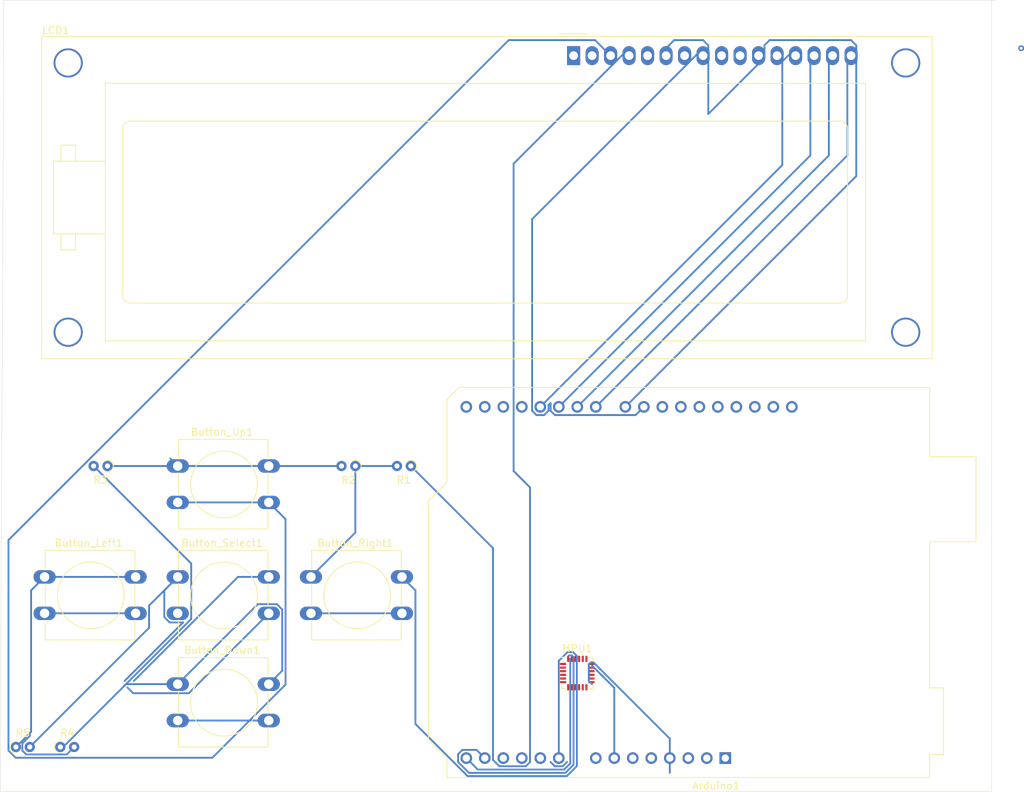
<source format=kicad_pcb>
(kicad_pcb (version 20171130) (host pcbnew "(5.1.9)-1")

  (general
    (thickness 1.6)
    (drawings 6)
    (tracks 135)
    (zones 0)
    (modules 13)
    (nets 53)
  )

  (page A4)
  (layers
    (0 F.Cu signal)
    (31 B.Cu signal)
    (32 B.Adhes user)
    (33 F.Adhes user)
    (34 B.Paste user)
    (35 F.Paste user)
    (36 B.SilkS user)
    (37 F.SilkS user)
    (38 B.Mask user)
    (39 F.Mask user)
    (40 Dwgs.User user)
    (41 Cmts.User user)
    (42 Eco1.User user)
    (43 Eco2.User user)
    (44 Edge.Cuts user)
    (45 Margin user)
    (46 B.CrtYd user)
    (47 F.CrtYd user)
    (48 B.Fab user)
    (49 F.Fab user)
  )

  (setup
    (last_trace_width 0.25)
    (trace_clearance 0.2)
    (zone_clearance 0.508)
    (zone_45_only no)
    (trace_min 0.2)
    (via_size 0.8)
    (via_drill 0.4)
    (via_min_size 0.4)
    (via_min_drill 0.3)
    (uvia_size 0.3)
    (uvia_drill 0.1)
    (uvias_allowed no)
    (uvia_min_size 0.2)
    (uvia_min_drill 0.1)
    (edge_width 0.05)
    (segment_width 0.2)
    (pcb_text_width 0.3)
    (pcb_text_size 1.5 1.5)
    (mod_edge_width 0.12)
    (mod_text_size 1 1)
    (mod_text_width 0.15)
    (pad_size 1.524 1.524)
    (pad_drill 0.762)
    (pad_to_mask_clearance 0)
    (aux_axis_origin 0 0)
    (visible_elements 7FFFFFFF)
    (pcbplotparams
      (layerselection 0x010fc_ffffffff)
      (usegerberextensions false)
      (usegerberattributes true)
      (usegerberadvancedattributes true)
      (creategerberjobfile true)
      (excludeedgelayer true)
      (linewidth 0.100000)
      (plotframeref false)
      (viasonmask false)
      (mode 1)
      (useauxorigin false)
      (hpglpennumber 1)
      (hpglpenspeed 20)
      (hpglpendiameter 15.000000)
      (psnegative false)
      (psa4output false)
      (plotreference true)
      (plotvalue true)
      (plotinvisibletext false)
      (padsonsilk false)
      (subtractmaskfromsilk false)
      (outputformat 1)
      (mirror false)
      (drillshape 1)
      (scaleselection 1)
      (outputdirectory ""))
  )

  (net 0 "")
  (net 1 "Net-(Arduino1-Pad29)")
  (net 2 "Net-(Arduino1-Pad30)")
  (net 3 "Net-(Arduino1-Pad1)")
  (net 4 "Net-(Arduino1-Pad17)")
  (net 5 "Net-(Arduino1-Pad2)")
  (net 6 "Net-(Arduino1-Pad18)")
  (net 7 "Net-(Arduino1-Pad3)")
  (net 8 "Net-(Arduino1-Pad19)")
  (net 9 "Net-(Arduino1-Pad4)")
  (net 10 "Net-(Arduino1-Pad20)")
  (net 11 "Net-(Arduino1-Pad5)")
  (net 12 "Net-(Arduino1-Pad21)")
  (net 13 "Net-(Arduino1-Pad6)")
  (net 14 "Net-(Arduino1-Pad22)")
  (net 15 "Net-(Arduino1-Pad7)")
  (net 16 "Net-(Arduino1-Pad23)")
  (net 17 "Net-(Arduino1-Pad8)")
  (net 18 "Net-(Arduino1-Pad24)")
  (net 19 "Net-(Arduino1-Pad9)")
  (net 20 "Net-(Arduino1-Pad25)")
  (net 21 "Net-(Arduino1-Pad10)")
  (net 22 "Net-(Arduino1-Pad26)")
  (net 23 "Net-(Arduino1-Pad11)")
  (net 24 "Net-(Arduino1-Pad27)")
  (net 25 "Net-(Arduino1-Pad12)")
  (net 26 "Net-(Arduino1-Pad28)")
  (net 27 "Net-(Arduino1-Pad13)")
  (net 28 "Net-(Arduino1-Pad14)")
  (net 29 "Net-(Arduino1-Pad15)")
  (net 30 "Net-(Arduino1-Pad16)")
  (net 31 "Net-(LCD1-Pad1)")
  (net 32 "Net-(LCD1-Pad2)")
  (net 33 GND)
  (net 34 +5V)
  (net 35 "Net-(LCD1-Pad5)")
  (net 36 "Net-(LCD1-Pad9)")
  (net 37 "Net-(LCD1-Pad10)")
  (net 38 "Net-(LCD1-Pad11)")
  (net 39 "Net-(LCD1-Pad12)")
  (net 40 "Net-(MPU1-Pad1)")
  (net 41 "Net-(MPU1-Pad6)")
  (net 42 "Net-(MPU1-Pad7)")
  (net 43 "Net-(MPU1-Pad8)")
  (net 44 "Net-(MPU1-Pad9)")
  (net 45 "Net-(MPU1-Pad10)")
  (net 46 "Net-(MPU1-Pad11)")
  (net 47 "Net-(MPU1-Pad12)")
  (net 48 "Net-(MPU1-Pad20)")
  (net 49 "Net-(Button_Down1-Pad1)")
  (net 50 "Net-(Button_Left1-Pad1)")
  (net 51 "Net-(Button_Select1-Pad1)")
  (net 52 "Net-(Button_Up1-Pad1)")

  (net_class Default "This is the default net class."
    (clearance 0.2)
    (trace_width 0.25)
    (via_dia 0.8)
    (via_drill 0.4)
    (uvia_dia 0.3)
    (uvia_drill 0.1)
    (add_net +5V)
    (add_net GND)
    (add_net "Net-(Arduino1-Pad1)")
    (add_net "Net-(Arduino1-Pad10)")
    (add_net "Net-(Arduino1-Pad11)")
    (add_net "Net-(Arduino1-Pad12)")
    (add_net "Net-(Arduino1-Pad13)")
    (add_net "Net-(Arduino1-Pad14)")
    (add_net "Net-(Arduino1-Pad15)")
    (add_net "Net-(Arduino1-Pad16)")
    (add_net "Net-(Arduino1-Pad17)")
    (add_net "Net-(Arduino1-Pad18)")
    (add_net "Net-(Arduino1-Pad19)")
    (add_net "Net-(Arduino1-Pad2)")
    (add_net "Net-(Arduino1-Pad20)")
    (add_net "Net-(Arduino1-Pad21)")
    (add_net "Net-(Arduino1-Pad22)")
    (add_net "Net-(Arduino1-Pad23)")
    (add_net "Net-(Arduino1-Pad24)")
    (add_net "Net-(Arduino1-Pad25)")
    (add_net "Net-(Arduino1-Pad26)")
    (add_net "Net-(Arduino1-Pad27)")
    (add_net "Net-(Arduino1-Pad28)")
    (add_net "Net-(Arduino1-Pad29)")
    (add_net "Net-(Arduino1-Pad3)")
    (add_net "Net-(Arduino1-Pad30)")
    (add_net "Net-(Arduino1-Pad4)")
    (add_net "Net-(Arduino1-Pad5)")
    (add_net "Net-(Arduino1-Pad6)")
    (add_net "Net-(Arduino1-Pad7)")
    (add_net "Net-(Arduino1-Pad8)")
    (add_net "Net-(Arduino1-Pad9)")
    (add_net "Net-(Button_Down1-Pad1)")
    (add_net "Net-(Button_Left1-Pad1)")
    (add_net "Net-(Button_Select1-Pad1)")
    (add_net "Net-(Button_Up1-Pad1)")
    (add_net "Net-(LCD1-Pad1)")
    (add_net "Net-(LCD1-Pad10)")
    (add_net "Net-(LCD1-Pad11)")
    (add_net "Net-(LCD1-Pad12)")
    (add_net "Net-(LCD1-Pad2)")
    (add_net "Net-(LCD1-Pad5)")
    (add_net "Net-(LCD1-Pad9)")
    (add_net "Net-(MPU1-Pad1)")
    (add_net "Net-(MPU1-Pad10)")
    (add_net "Net-(MPU1-Pad11)")
    (add_net "Net-(MPU1-Pad12)")
    (add_net "Net-(MPU1-Pad20)")
    (add_net "Net-(MPU1-Pad6)")
    (add_net "Net-(MPU1-Pad7)")
    (add_net "Net-(MPU1-Pad8)")
    (add_net "Net-(MPU1-Pad9)")
  )

  (module Resistor_THT:R_Axial_DIN0204_L3.6mm_D1.6mm_P1.90mm_Vertical (layer F.Cu) (tedit 5AE5139B) (tstamp 60A526A4)
    (at 28.448 78.232 180)
    (descr "Resistor, Axial_DIN0204 series, Axial, Vertical, pin pitch=1.9mm, 0.167W, length*diameter=3.6*1.6mm^2, http://cdn-reichelt.de/documents/datenblatt/B400/1_4W%23YAG.pdf")
    (tags "Resistor Axial_DIN0204 series Axial Vertical pin pitch 1.9mm 0.167W length 3.6mm diameter 1.6mm")
    (path /609C5A30)
    (fp_text reference R3 (at 0.95 -1.92) (layer F.SilkS)
      (effects (font (size 1 1) (thickness 0.15)))
    )
    (fp_text value 620R (at 0.95 1.92) (layer F.Fab)
      (effects (font (size 1 1) (thickness 0.15)))
    )
    (fp_line (start 2.86 -1.05) (end -1.05 -1.05) (layer F.CrtYd) (width 0.05))
    (fp_line (start 2.86 1.05) (end 2.86 -1.05) (layer F.CrtYd) (width 0.05))
    (fp_line (start -1.05 1.05) (end 2.86 1.05) (layer F.CrtYd) (width 0.05))
    (fp_line (start -1.05 -1.05) (end -1.05 1.05) (layer F.CrtYd) (width 0.05))
    (fp_line (start 0 0) (end 1.9 0) (layer F.Fab) (width 0.1))
    (fp_circle (center 0 0) (end 0.8 0) (layer F.Fab) (width 0.1))
    (fp_arc (start 0 0) (end 0.417133 -0.7) (angle -233.92106) (layer F.SilkS) (width 0.12))
    (fp_text user %R (at 0.95 -1.92) (layer F.Fab)
      (effects (font (size 1 1) (thickness 0.15)))
    )
    (pad 1 thru_hole circle (at 0 0 180) (size 1.4 1.4) (drill 0.7) (layers *.Cu *.Mask)
      (net 52 "Net-(Button_Up1-Pad1)"))
    (pad 2 thru_hole oval (at 1.9 0 180) (size 1.4 1.4) (drill 0.7) (layers *.Cu *.Mask)
      (net 49 "Net-(Button_Down1-Pad1)"))
    (model ${KISYS3DMOD}/Resistor_THT.3dshapes/R_Axial_DIN0204_L3.6mm_D1.6mm_P1.90mm_Vertical.wrl
      (at (xyz 0 0 0))
      (scale (xyz 1 1 1))
      (rotate (xyz 0 0 0))
    )
  )

  (module Display:HY1602E (layer F.Cu) (tedit 5A02FE80) (tstamp 60A5263B)
    (at 92.456 21.844)
    (descr http://www.icbank.com/data/ICBShop/board/HY1602E.pdf)
    (tags "LCD 16x2 Alphanumeric 16pin")
    (path /60823E93)
    (fp_text reference LCD1 (at -71.12 -3.48) (layer F.SilkS)
      (effects (font (size 1 1) (thickness 0.15)))
    )
    (fp_text value HY1602E (at -69.94 42.6) (layer F.Fab)
      (effects (font (size 1 1) (thickness 0.15)))
    )
    (fp_line (start 49.1 41.5) (end 49.1 -2.5) (layer F.Fab) (width 0.1))
    (fp_line (start -72.9 41.5) (end 49.1 41.5) (layer F.Fab) (width 0.1))
    (fp_line (start -72.9 -2.5) (end -72.9 41.5) (layer F.Fab) (width 0.1))
    (fp_line (start 49.1 -2.5) (end 1 -2.5) (layer F.Fab) (width 0.1))
    (fp_line (start 40.1 3.8) (end 40.1 39.2) (layer F.SilkS) (width 0.12))
    (fp_line (start -64.3 3.8) (end 40.1 3.8) (layer F.SilkS) (width 0.12))
    (fp_line (start -64.3 39.2) (end -64.3 3.8) (layer F.SilkS) (width 0.12))
    (fp_line (start 40.1 39.2) (end -64.3 39.2) (layer F.SilkS) (width 0.12))
    (fp_line (start -61.9 33) (end -61.9 10) (layer F.SilkS) (width 0.12))
    (fp_line (start -60.9 9) (end 36.6 9) (layer F.SilkS) (width 0.12))
    (fp_line (start 37.6 10) (end 37.6 33) (layer F.SilkS) (width 0.12))
    (fp_line (start 36.6 34) (end -60.9 34) (layer F.SilkS) (width 0.12))
    (fp_line (start -71.4 14.5) (end -64.3 14.5) (layer F.SilkS) (width 0.12))
    (fp_line (start -71.4 24.5) (end -71.4 14.5) (layer F.SilkS) (width 0.12))
    (fp_line (start -64.3 24.5) (end -71.4 24.5) (layer F.SilkS) (width 0.12))
    (fp_line (start -70.4 12.3) (end -70.4 14.5) (layer F.SilkS) (width 0.12))
    (fp_line (start -68.4 12.3) (end -70.4 12.3) (layer F.SilkS) (width 0.12))
    (fp_line (start -68.4 14.5) (end -68.4 12.3) (layer F.SilkS) (width 0.12))
    (fp_line (start -70.4 26.7) (end -70.4 24.5) (layer F.SilkS) (width 0.12))
    (fp_line (start -68.4 26.7) (end -70.4 26.7) (layer F.SilkS) (width 0.12))
    (fp_line (start -68.4 24.5) (end -68.4 26.7) (layer F.SilkS) (width 0.12))
    (fp_line (start -73.15 -2.75) (end 49.35 -2.75) (layer F.CrtYd) (width 0.05))
    (fp_line (start -73.15 -2.75) (end -73.15 41.75) (layer F.CrtYd) (width 0.05))
    (fp_line (start 49.35 -2.75) (end 49.35 41.75) (layer F.CrtYd) (width 0.05))
    (fp_line (start -73.15 41.75) (end 49.35 41.75) (layer F.CrtYd) (width 0.05))
    (fp_line (start -1 -2.5) (end -72.9 -2.5) (layer F.Fab) (width 0.1))
    (fp_line (start 0 -1.5) (end -1 -2.5) (layer F.Fab) (width 0.1))
    (fp_line (start 1 -2.5) (end 0 -1.5) (layer F.Fab) (width 0.1))
    (fp_line (start -2 -3) (end 2 -3) (layer F.SilkS) (width 0.12))
    (fp_line (start -73.04 -2.64) (end 49.24 -2.64) (layer F.SilkS) (width 0.12))
    (fp_line (start -73.04 -2.64) (end -73.04 41.64) (layer F.SilkS) (width 0.12))
    (fp_line (start 49.24 -2.64) (end 49.24 41.64) (layer F.SilkS) (width 0.12))
    (fp_line (start 49.24 41.64) (end -73.04 41.64) (layer F.SilkS) (width 0.12))
    (fp_text user %R (at -14.01 19.96) (layer F.Fab)
      (effects (font (size 1 1) (thickness 0.15)))
    )
    (fp_arc (start 36.6 33) (end 37.6 33) (angle 90) (layer F.SilkS) (width 0.12))
    (fp_arc (start 36.6 10) (end 36.6 9) (angle 90) (layer F.SilkS) (width 0.12))
    (fp_arc (start -60.9 10) (end -61.9 10) (angle 90) (layer F.SilkS) (width 0.12))
    (fp_arc (start -60.9 33) (end -60.9 34) (angle 90) (layer F.SilkS) (width 0.12))
    (pad 1 thru_hole rect (at 0 0 180) (size 1.8 2.6) (drill 1.2) (layers *.Cu *.Mask)
      (net 31 "Net-(LCD1-Pad1)"))
    (pad 2 thru_hole oval (at 2.54 0 180) (size 1.8 2.6) (drill 1.2) (layers *.Cu *.Mask)
      (net 32 "Net-(LCD1-Pad2)"))
    (pad 3 thru_hole oval (at 5.08 0 180) (size 1.8 2.6) (drill 1.2) (layers *.Cu *.Mask)
      (net 33 GND))
    (pad 4 thru_hole oval (at 7.62 0 180) (size 1.8 2.6) (drill 1.2) (layers *.Cu *.Mask)
      (net 34 +5V))
    (pad 5 thru_hole oval (at 10.16 0 180) (size 1.8 2.6) (drill 1.2) (layers *.Cu *.Mask)
      (net 35 "Net-(LCD1-Pad5)"))
    (pad 6 thru_hole oval (at 12.7 0 180) (size 1.8 2.6) (drill 1.2) (layers *.Cu *.Mask)
      (net 16 "Net-(Arduino1-Pad23)"))
    (pad 7 thru_hole oval (at 15.24 0 180) (size 1.8 2.6) (drill 1.2) (layers *.Cu *.Mask)
      (net 33 GND))
    (pad 8 thru_hole oval (at 17.78 0 180) (size 1.8 2.6) (drill 1.2) (layers *.Cu *.Mask)
      (net 18 "Net-(Arduino1-Pad24)"))
    (pad 9 thru_hole oval (at 20.32 0 180) (size 1.8 2.6) (drill 1.2) (layers *.Cu *.Mask)
      (net 36 "Net-(LCD1-Pad9)"))
    (pad 10 thru_hole oval (at 22.86 0 180) (size 1.8 2.6) (drill 1.2) (layers *.Cu *.Mask)
      (net 37 "Net-(LCD1-Pad10)"))
    (pad 11 thru_hole oval (at 25.4 0 180) (size 1.8 2.6) (drill 1.2) (layers *.Cu *.Mask)
      (net 38 "Net-(LCD1-Pad11)"))
    (pad 12 thru_hole oval (at 27.94 0 180) (size 1.8 2.6) (drill 1.2) (layers *.Cu *.Mask)
      (net 39 "Net-(LCD1-Pad12)"))
    (pad 13 thru_hole oval (at 30.48 0 180) (size 1.8 2.6) (drill 1.2) (layers *.Cu *.Mask)
      (net 8 "Net-(Arduino1-Pad19)"))
    (pad 14 thru_hole oval (at 33.02 0 180) (size 1.8 2.6) (drill 1.2) (layers *.Cu *.Mask)
      (net 10 "Net-(Arduino1-Pad20)"))
    (pad 15 thru_hole oval (at 35.56 0 180) (size 1.8 2.6) (drill 1.2) (layers *.Cu *.Mask)
      (net 12 "Net-(Arduino1-Pad21)"))
    (pad 16 thru_hole oval (at 38.1 0 180) (size 1.8 2.6) (drill 1.2) (layers *.Cu *.Mask)
      (net 14 "Net-(Arduino1-Pad22)"))
    (pad "" thru_hole circle (at 45.60062 38.00094 180) (size 4 4) (drill 3.5) (layers *.Cu *.Mask))
    (pad "" thru_hole circle (at 45.60062 1.00076 180) (size 4 4) (drill 3.5) (layers *.Cu *.Mask))
    (pad "" thru_hole circle (at -69.40042 38.00094 180) (size 4 4) (drill 3.5) (layers *.Cu *.Mask))
    (pad "" thru_hole circle (at -69.40042 1.00076 180) (size 4 4) (drill 3.5) (layers *.Cu *.Mask))
    (model ${KISYS3DMOD}/Display.3dshapes/HY1602E.wrl
      (at (xyz 0 0 0))
      (scale (xyz 1 1 1))
      (rotate (xyz 0 0 0))
    )
  )

  (module Module:Arduino_UNO_R3 (layer F.Cu) (tedit 58AB60FC) (tstamp 60A5257B)
    (at 113.284 118.364 180)
    (descr "Arduino UNO R3, http://www.mouser.com/pdfdocs/Gravitech_Arduino_Nano3_0.pdf")
    (tags "Arduino UNO R3")
    (path /607FE3D2)
    (fp_text reference Arduino1 (at 1.27 -3.81 180) (layer F.SilkS)
      (effects (font (size 1 1) (thickness 0.15)))
    )
    (fp_text value Arduino_UNO_R3 (at 0 22.86) (layer F.Fab)
      (effects (font (size 1 1) (thickness 0.15)))
    )
    (fp_line (start -27.94 -2.54) (end 38.1 -2.54) (layer F.Fab) (width 0.1))
    (fp_line (start -27.94 50.8) (end -27.94 -2.54) (layer F.Fab) (width 0.1))
    (fp_line (start 36.58 50.8) (end -27.94 50.8) (layer F.Fab) (width 0.1))
    (fp_line (start 38.1 49.28) (end 36.58 50.8) (layer F.Fab) (width 0.1))
    (fp_line (start 38.1 0) (end 40.64 2.54) (layer F.Fab) (width 0.1))
    (fp_line (start 38.1 -2.54) (end 38.1 0) (layer F.Fab) (width 0.1))
    (fp_line (start 40.64 35.31) (end 38.1 37.85) (layer F.Fab) (width 0.1))
    (fp_line (start 40.64 2.54) (end 40.64 35.31) (layer F.Fab) (width 0.1))
    (fp_line (start 38.1 37.85) (end 38.1 49.28) (layer F.Fab) (width 0.1))
    (fp_line (start -29.84 9.53) (end -29.84 0.64) (layer F.Fab) (width 0.1))
    (fp_line (start -16.51 9.53) (end -29.84 9.53) (layer F.Fab) (width 0.1))
    (fp_line (start -16.51 0.64) (end -16.51 9.53) (layer F.Fab) (width 0.1))
    (fp_line (start -29.84 0.64) (end -16.51 0.64) (layer F.Fab) (width 0.1))
    (fp_line (start -34.29 41.27) (end -34.29 29.84) (layer F.Fab) (width 0.1))
    (fp_line (start -18.41 41.27) (end -34.29 41.27) (layer F.Fab) (width 0.1))
    (fp_line (start -18.41 29.84) (end -18.41 41.27) (layer F.Fab) (width 0.1))
    (fp_line (start -34.29 29.84) (end -18.41 29.84) (layer F.Fab) (width 0.1))
    (fp_line (start 38.23 37.85) (end 40.77 35.31) (layer F.SilkS) (width 0.12))
    (fp_line (start 38.23 49.28) (end 38.23 37.85) (layer F.SilkS) (width 0.12))
    (fp_line (start 36.58 50.93) (end 38.23 49.28) (layer F.SilkS) (width 0.12))
    (fp_line (start -28.07 50.93) (end 36.58 50.93) (layer F.SilkS) (width 0.12))
    (fp_line (start -28.07 41.4) (end -28.07 50.93) (layer F.SilkS) (width 0.12))
    (fp_line (start -34.42 41.4) (end -28.07 41.4) (layer F.SilkS) (width 0.12))
    (fp_line (start -34.42 29.72) (end -34.42 41.4) (layer F.SilkS) (width 0.12))
    (fp_line (start -28.07 29.72) (end -34.42 29.72) (layer F.SilkS) (width 0.12))
    (fp_line (start -28.07 9.65) (end -28.07 29.72) (layer F.SilkS) (width 0.12))
    (fp_line (start -29.97 9.65) (end -28.07 9.65) (layer F.SilkS) (width 0.12))
    (fp_line (start -29.97 0.51) (end -29.97 9.65) (layer F.SilkS) (width 0.12))
    (fp_line (start -28.07 0.51) (end -29.97 0.51) (layer F.SilkS) (width 0.12))
    (fp_line (start -28.07 -2.67) (end -28.07 0.51) (layer F.SilkS) (width 0.12))
    (fp_line (start 38.23 -2.67) (end -28.07 -2.67) (layer F.SilkS) (width 0.12))
    (fp_line (start 38.23 0) (end 38.23 -2.67) (layer F.SilkS) (width 0.12))
    (fp_line (start 40.77 2.54) (end 38.23 0) (layer F.SilkS) (width 0.12))
    (fp_line (start 40.77 35.31) (end 40.77 2.54) (layer F.SilkS) (width 0.12))
    (fp_line (start -28.19 -2.79) (end 38.35 -2.79) (layer F.CrtYd) (width 0.05))
    (fp_line (start -28.19 0.38) (end -28.19 -2.79) (layer F.CrtYd) (width 0.05))
    (fp_line (start -30.1 0.38) (end -28.19 0.38) (layer F.CrtYd) (width 0.05))
    (fp_line (start -30.1 9.78) (end -30.1 0.38) (layer F.CrtYd) (width 0.05))
    (fp_line (start -28.19 9.78) (end -30.1 9.78) (layer F.CrtYd) (width 0.05))
    (fp_line (start -28.19 29.59) (end -28.19 9.78) (layer F.CrtYd) (width 0.05))
    (fp_line (start -34.54 29.59) (end -28.19 29.59) (layer F.CrtYd) (width 0.05))
    (fp_line (start -34.54 41.53) (end -34.54 29.59) (layer F.CrtYd) (width 0.05))
    (fp_line (start -28.19 41.53) (end -34.54 41.53) (layer F.CrtYd) (width 0.05))
    (fp_line (start -28.19 51.05) (end -28.19 41.53) (layer F.CrtYd) (width 0.05))
    (fp_line (start 36.58 51.05) (end -28.19 51.05) (layer F.CrtYd) (width 0.05))
    (fp_line (start 38.35 49.28) (end 36.58 51.05) (layer F.CrtYd) (width 0.05))
    (fp_line (start 38.35 37.85) (end 38.35 49.28) (layer F.CrtYd) (width 0.05))
    (fp_line (start 40.89 35.31) (end 38.35 37.85) (layer F.CrtYd) (width 0.05))
    (fp_line (start 40.89 2.54) (end 40.89 35.31) (layer F.CrtYd) (width 0.05))
    (fp_line (start 38.35 0) (end 40.89 2.54) (layer F.CrtYd) (width 0.05))
    (fp_line (start 38.35 -2.79) (end 38.35 0) (layer F.CrtYd) (width 0.05))
    (fp_text user %R (at 0 20.32 180) (layer F.Fab)
      (effects (font (size 1 1) (thickness 0.15)))
    )
    (pad 32 thru_hole oval (at -9.14 48.26 270) (size 1.6 1.6) (drill 1) (layers *.Cu *.Mask))
    (pad 31 thru_hole oval (at -6.6 48.26 270) (size 1.6 1.6) (drill 1) (layers *.Cu *.Mask))
    (pad 1 thru_hole rect (at 0 0 270) (size 1.6 1.6) (drill 1) (layers *.Cu *.Mask)
      (net 3 "Net-(Arduino1-Pad1)"))
    (pad 17 thru_hole oval (at 30.48 48.26 270) (size 1.6 1.6) (drill 1) (layers *.Cu *.Mask)
      (net 4 "Net-(Arduino1-Pad17)"))
    (pad 2 thru_hole oval (at 2.54 0 270) (size 1.6 1.6) (drill 1) (layers *.Cu *.Mask)
      (net 5 "Net-(Arduino1-Pad2)"))
    (pad 18 thru_hole oval (at 27.94 48.26 270) (size 1.6 1.6) (drill 1) (layers *.Cu *.Mask)
      (net 6 "Net-(Arduino1-Pad18)"))
    (pad 3 thru_hole oval (at 5.08 0 270) (size 1.6 1.6) (drill 1) (layers *.Cu *.Mask)
      (net 7 "Net-(Arduino1-Pad3)"))
    (pad 19 thru_hole oval (at 25.4 48.26 270) (size 1.6 1.6) (drill 1) (layers *.Cu *.Mask)
      (net 8 "Net-(Arduino1-Pad19)"))
    (pad 4 thru_hole oval (at 7.62 0 270) (size 1.6 1.6) (drill 1) (layers *.Cu *.Mask)
      (net 9 "Net-(Arduino1-Pad4)"))
    (pad 20 thru_hole oval (at 22.86 48.26 270) (size 1.6 1.6) (drill 1) (layers *.Cu *.Mask)
      (net 10 "Net-(Arduino1-Pad20)"))
    (pad 5 thru_hole oval (at 10.16 0 270) (size 1.6 1.6) (drill 1) (layers *.Cu *.Mask)
      (net 11 "Net-(Arduino1-Pad5)"))
    (pad 21 thru_hole oval (at 20.32 48.26 270) (size 1.6 1.6) (drill 1) (layers *.Cu *.Mask)
      (net 12 "Net-(Arduino1-Pad21)"))
    (pad 6 thru_hole oval (at 12.7 0 270) (size 1.6 1.6) (drill 1) (layers *.Cu *.Mask)
      (net 13 "Net-(Arduino1-Pad6)"))
    (pad 22 thru_hole oval (at 17.78 48.26 270) (size 1.6 1.6) (drill 1) (layers *.Cu *.Mask)
      (net 14 "Net-(Arduino1-Pad22)"))
    (pad 7 thru_hole oval (at 15.24 0 270) (size 1.6 1.6) (drill 1) (layers *.Cu *.Mask)
      (net 15 "Net-(Arduino1-Pad7)"))
    (pad 23 thru_hole oval (at 13.72 48.26 270) (size 1.6 1.6) (drill 1) (layers *.Cu *.Mask)
      (net 16 "Net-(Arduino1-Pad23)"))
    (pad 8 thru_hole oval (at 17.78 0 270) (size 1.6 1.6) (drill 1) (layers *.Cu *.Mask)
      (net 17 "Net-(Arduino1-Pad8)"))
    (pad 24 thru_hole oval (at 11.18 48.26 270) (size 1.6 1.6) (drill 1) (layers *.Cu *.Mask)
      (net 18 "Net-(Arduino1-Pad24)"))
    (pad 9 thru_hole oval (at 22.86 0 270) (size 1.6 1.6) (drill 1) (layers *.Cu *.Mask)
      (net 19 "Net-(Arduino1-Pad9)"))
    (pad 25 thru_hole oval (at 8.64 48.26 270) (size 1.6 1.6) (drill 1) (layers *.Cu *.Mask)
      (net 20 "Net-(Arduino1-Pad25)"))
    (pad 10 thru_hole oval (at 25.4 0 270) (size 1.6 1.6) (drill 1) (layers *.Cu *.Mask)
      (net 21 "Net-(Arduino1-Pad10)"))
    (pad 26 thru_hole oval (at 6.1 48.26 270) (size 1.6 1.6) (drill 1) (layers *.Cu *.Mask)
      (net 22 "Net-(Arduino1-Pad26)"))
    (pad 11 thru_hole oval (at 27.94 0 270) (size 1.6 1.6) (drill 1) (layers *.Cu *.Mask)
      (net 23 "Net-(Arduino1-Pad11)"))
    (pad 27 thru_hole oval (at 3.56 48.26 270) (size 1.6 1.6) (drill 1) (layers *.Cu *.Mask)
      (net 24 "Net-(Arduino1-Pad27)"))
    (pad 12 thru_hole oval (at 30.48 0 270) (size 1.6 1.6) (drill 1) (layers *.Cu *.Mask)
      (net 25 "Net-(Arduino1-Pad12)"))
    (pad 28 thru_hole oval (at 1.02 48.26 270) (size 1.6 1.6) (drill 1) (layers *.Cu *.Mask)
      (net 26 "Net-(Arduino1-Pad28)"))
    (pad 13 thru_hole oval (at 33.02 0 270) (size 1.6 1.6) (drill 1) (layers *.Cu *.Mask)
      (net 27 "Net-(Arduino1-Pad13)"))
    (pad 29 thru_hole oval (at -1.52 48.26 270) (size 1.6 1.6) (drill 1) (layers *.Cu *.Mask)
      (net 1 "Net-(Arduino1-Pad29)"))
    (pad 14 thru_hole oval (at 35.56 0 270) (size 1.6 1.6) (drill 1) (layers *.Cu *.Mask)
      (net 28 "Net-(Arduino1-Pad14)"))
    (pad 30 thru_hole oval (at -4.06 48.26 270) (size 1.6 1.6) (drill 1) (layers *.Cu *.Mask)
      (net 2 "Net-(Arduino1-Pad30)"))
    (pad 15 thru_hole oval (at 35.56 48.26 270) (size 1.6 1.6) (drill 1) (layers *.Cu *.Mask)
      (net 29 "Net-(Arduino1-Pad15)"))
    (pad 16 thru_hole oval (at 33.02 48.26 270) (size 1.6 1.6) (drill 1) (layers *.Cu *.Mask)
      (net 30 "Net-(Arduino1-Pad16)"))
    (model ${KISYS3DMOD}/Module.3dshapes/Arduino_UNO_R3.wrl
      (at (xyz 0 0 0))
      (scale (xyz 1 1 1))
      (rotate (xyz 0 0 0))
    )
  )

  (module Button_Switch_THT:SW_PUSH-12mm (layer F.Cu) (tedit 5D160D14) (tstamp 60A52595)
    (at 38.1 108.204)
    (descr "SW PUSH 12mm https://www.e-switch.com/system/asset/product_line/data_sheet/143/TL1100.pdf")
    (tags "tact sw push 12mm")
    (path /609C64B8)
    (fp_text reference Button_Down1 (at 6.08 -4.66) (layer F.SilkS)
      (effects (font (size 1 1) (thickness 0.15)))
    )
    (fp_text value SW_Push (at 6.62 9.93) (layer F.Fab)
      (effects (font (size 1 1) (thickness 0.15)))
    )
    (fp_line (start 12.4 -3.65) (end 12.4 -0.93) (layer F.SilkS) (width 0.12))
    (fp_line (start 12.4 5.93) (end 12.4 8.65) (layer F.SilkS) (width 0.12))
    (fp_line (start 0.1 4.07) (end 0.1 0.93) (layer F.SilkS) (width 0.12))
    (fp_line (start 0.1 8.65) (end 0.1 5.93) (layer F.SilkS) (width 0.12))
    (fp_line (start 0.25 -3.5) (end 0.25 8.5) (layer F.Fab) (width 0.1))
    (fp_circle (center 6.35 2.54) (end 10.16 5.08) (layer F.SilkS) (width 0.12))
    (fp_line (start 14.25 8.75) (end -1.77 8.75) (layer F.CrtYd) (width 0.05))
    (fp_line (start 14.25 8.75) (end 14.25 -3.75) (layer F.CrtYd) (width 0.05))
    (fp_line (start -1.77 -3.75) (end -1.77 8.75) (layer F.CrtYd) (width 0.05))
    (fp_line (start -1.77 -3.75) (end 14.25 -3.75) (layer F.CrtYd) (width 0.05))
    (fp_line (start 0.1 -0.93) (end 0.1 -3.65) (layer F.SilkS) (width 0.12))
    (fp_line (start 12.4 8.65) (end 0.1 8.65) (layer F.SilkS) (width 0.12))
    (fp_line (start 12.4 0.93) (end 12.4 4.07) (layer F.SilkS) (width 0.12))
    (fp_line (start 0.1 -3.65) (end 12.4 -3.65) (layer F.SilkS) (width 0.12))
    (fp_line (start 12.25 -3.5) (end 12.25 8.5) (layer F.Fab) (width 0.1))
    (fp_line (start 0.25 -3.5) (end 12.25 -3.5) (layer F.Fab) (width 0.1))
    (fp_line (start 0.25 8.5) (end 12.25 8.5) (layer F.Fab) (width 0.1))
    (fp_text user %R (at 6.35 2.54) (layer F.Fab)
      (effects (font (size 1 1) (thickness 0.15)))
    )
    (pad 1 thru_hole oval (at 12.5 0) (size 3.048 1.85) (drill 1.3) (layers *.Cu *.Mask)
      (net 49 "Net-(Button_Down1-Pad1)"))
    (pad 2 thru_hole oval (at 12.5 5) (size 3.048 1.85) (drill 1.3) (layers *.Cu *.Mask)
      (net 33 GND))
    (pad 1 thru_hole oval (at 0 0) (size 3.048 1.85) (drill 1.3) (layers *.Cu *.Mask)
      (net 49 "Net-(Button_Down1-Pad1)"))
    (pad 2 thru_hole oval (at 0 5) (size 3.048 1.85) (drill 1.3) (layers *.Cu *.Mask)
      (net 33 GND))
    (model ${KISYS3DMOD}/Button_Switch_THT.3dshapes/SW_PUSH-12mm.wrl
      (at (xyz 0 0 0))
      (scale (xyz 1 1 1))
      (rotate (xyz 0 0 0))
    )
  )

  (module Button_Switch_THT:SW_PUSH-12mm (layer F.Cu) (tedit 5D160D14) (tstamp 60A525AF)
    (at 19.812 93.472)
    (descr "SW PUSH 12mm https://www.e-switch.com/system/asset/product_line/data_sheet/143/TL1100.pdf")
    (tags "tact sw push 12mm")
    (path /609C6723)
    (fp_text reference Button_Left1 (at 6.08 -4.66) (layer F.SilkS)
      (effects (font (size 1 1) (thickness 0.15)))
    )
    (fp_text value SW_Push (at 6.62 9.93) (layer F.Fab)
      (effects (font (size 1 1) (thickness 0.15)))
    )
    (fp_text user %R (at 6.35 2.54) (layer F.Fab)
      (effects (font (size 1 1) (thickness 0.15)))
    )
    (fp_line (start 0.25 8.5) (end 12.25 8.5) (layer F.Fab) (width 0.1))
    (fp_line (start 0.25 -3.5) (end 12.25 -3.5) (layer F.Fab) (width 0.1))
    (fp_line (start 12.25 -3.5) (end 12.25 8.5) (layer F.Fab) (width 0.1))
    (fp_line (start 0.1 -3.65) (end 12.4 -3.65) (layer F.SilkS) (width 0.12))
    (fp_line (start 12.4 0.93) (end 12.4 4.07) (layer F.SilkS) (width 0.12))
    (fp_line (start 12.4 8.65) (end 0.1 8.65) (layer F.SilkS) (width 0.12))
    (fp_line (start 0.1 -0.93) (end 0.1 -3.65) (layer F.SilkS) (width 0.12))
    (fp_line (start -1.77 -3.75) (end 14.25 -3.75) (layer F.CrtYd) (width 0.05))
    (fp_line (start -1.77 -3.75) (end -1.77 8.75) (layer F.CrtYd) (width 0.05))
    (fp_line (start 14.25 8.75) (end 14.25 -3.75) (layer F.CrtYd) (width 0.05))
    (fp_line (start 14.25 8.75) (end -1.77 8.75) (layer F.CrtYd) (width 0.05))
    (fp_circle (center 6.35 2.54) (end 10.16 5.08) (layer F.SilkS) (width 0.12))
    (fp_line (start 0.25 -3.5) (end 0.25 8.5) (layer F.Fab) (width 0.1))
    (fp_line (start 0.1 8.65) (end 0.1 5.93) (layer F.SilkS) (width 0.12))
    (fp_line (start 0.1 4.07) (end 0.1 0.93) (layer F.SilkS) (width 0.12))
    (fp_line (start 12.4 5.93) (end 12.4 8.65) (layer F.SilkS) (width 0.12))
    (fp_line (start 12.4 -3.65) (end 12.4 -0.93) (layer F.SilkS) (width 0.12))
    (pad 2 thru_hole oval (at 0 5) (size 3.048 1.85) (drill 1.3) (layers *.Cu *.Mask)
      (net 33 GND))
    (pad 1 thru_hole oval (at 0 0) (size 3.048 1.85) (drill 1.3) (layers *.Cu *.Mask)
      (net 50 "Net-(Button_Left1-Pad1)"))
    (pad 2 thru_hole oval (at 12.5 5) (size 3.048 1.85) (drill 1.3) (layers *.Cu *.Mask)
      (net 33 GND))
    (pad 1 thru_hole oval (at 12.5 0) (size 3.048 1.85) (drill 1.3) (layers *.Cu *.Mask)
      (net 50 "Net-(Button_Left1-Pad1)"))
    (model ${KISYS3DMOD}/Button_Switch_THT.3dshapes/SW_PUSH-12mm.wrl
      (at (xyz 0 0 0))
      (scale (xyz 1 1 1))
      (rotate (xyz 0 0 0))
    )
  )

  (module Button_Switch_THT:SW_PUSH-12mm (layer F.Cu) (tedit 5D160D14) (tstamp 60A525C9)
    (at 56.388 93.472)
    (descr "SW PUSH 12mm https://www.e-switch.com/system/asset/product_line/data_sheet/143/TL1100.pdf")
    (tags "tact sw push 12mm")
    (path /609C303B)
    (fp_text reference Button_Right1 (at 6.08 -4.66) (layer F.SilkS)
      (effects (font (size 1 1) (thickness 0.15)))
    )
    (fp_text value SW_Push (at 6.62 9.93) (layer F.Fab)
      (effects (font (size 1 1) (thickness 0.15)))
    )
    (fp_line (start 12.4 -3.65) (end 12.4 -0.93) (layer F.SilkS) (width 0.12))
    (fp_line (start 12.4 5.93) (end 12.4 8.65) (layer F.SilkS) (width 0.12))
    (fp_line (start 0.1 4.07) (end 0.1 0.93) (layer F.SilkS) (width 0.12))
    (fp_line (start 0.1 8.65) (end 0.1 5.93) (layer F.SilkS) (width 0.12))
    (fp_line (start 0.25 -3.5) (end 0.25 8.5) (layer F.Fab) (width 0.1))
    (fp_circle (center 6.35 2.54) (end 10.16 5.08) (layer F.SilkS) (width 0.12))
    (fp_line (start 14.25 8.75) (end -1.77 8.75) (layer F.CrtYd) (width 0.05))
    (fp_line (start 14.25 8.75) (end 14.25 -3.75) (layer F.CrtYd) (width 0.05))
    (fp_line (start -1.77 -3.75) (end -1.77 8.75) (layer F.CrtYd) (width 0.05))
    (fp_line (start -1.77 -3.75) (end 14.25 -3.75) (layer F.CrtYd) (width 0.05))
    (fp_line (start 0.1 -0.93) (end 0.1 -3.65) (layer F.SilkS) (width 0.12))
    (fp_line (start 12.4 8.65) (end 0.1 8.65) (layer F.SilkS) (width 0.12))
    (fp_line (start 12.4 0.93) (end 12.4 4.07) (layer F.SilkS) (width 0.12))
    (fp_line (start 0.1 -3.65) (end 12.4 -3.65) (layer F.SilkS) (width 0.12))
    (fp_line (start 12.25 -3.5) (end 12.25 8.5) (layer F.Fab) (width 0.1))
    (fp_line (start 0.25 -3.5) (end 12.25 -3.5) (layer F.Fab) (width 0.1))
    (fp_line (start 0.25 8.5) (end 12.25 8.5) (layer F.Fab) (width 0.1))
    (fp_text user %R (at 6.35 2.54) (layer F.Fab)
      (effects (font (size 1 1) (thickness 0.15)))
    )
    (pad 1 thru_hole oval (at 12.5 0) (size 3.048 1.85) (drill 1.3) (layers *.Cu *.Mask)
      (net 19 "Net-(Arduino1-Pad9)"))
    (pad 2 thru_hole oval (at 12.5 5) (size 3.048 1.85) (drill 1.3) (layers *.Cu *.Mask)
      (net 33 GND))
    (pad 1 thru_hole oval (at 0 0) (size 3.048 1.85) (drill 1.3) (layers *.Cu *.Mask)
      (net 19 "Net-(Arduino1-Pad9)"))
    (pad 2 thru_hole oval (at 0 5) (size 3.048 1.85) (drill 1.3) (layers *.Cu *.Mask)
      (net 33 GND))
    (model ${KISYS3DMOD}/Button_Switch_THT.3dshapes/SW_PUSH-12mm.wrl
      (at (xyz 0 0 0))
      (scale (xyz 1 1 1))
      (rotate (xyz 0 0 0))
    )
  )

  (module Button_Switch_THT:SW_PUSH-12mm (layer F.Cu) (tedit 5D160D14) (tstamp 60A525E3)
    (at 38.1 93.472)
    (descr "SW PUSH 12mm https://www.e-switch.com/system/asset/product_line/data_sheet/143/TL1100.pdf")
    (tags "tact sw push 12mm")
    (path /609F72FB)
    (fp_text reference Button_Select1 (at 6.08 -4.66) (layer F.SilkS)
      (effects (font (size 1 1) (thickness 0.15)))
    )
    (fp_text value SW_Push (at 6.62 9.93) (layer F.Fab)
      (effects (font (size 1 1) (thickness 0.15)))
    )
    (fp_line (start 12.4 -3.65) (end 12.4 -0.93) (layer F.SilkS) (width 0.12))
    (fp_line (start 12.4 5.93) (end 12.4 8.65) (layer F.SilkS) (width 0.12))
    (fp_line (start 0.1 4.07) (end 0.1 0.93) (layer F.SilkS) (width 0.12))
    (fp_line (start 0.1 8.65) (end 0.1 5.93) (layer F.SilkS) (width 0.12))
    (fp_line (start 0.25 -3.5) (end 0.25 8.5) (layer F.Fab) (width 0.1))
    (fp_circle (center 6.35 2.54) (end 10.16 5.08) (layer F.SilkS) (width 0.12))
    (fp_line (start 14.25 8.75) (end -1.77 8.75) (layer F.CrtYd) (width 0.05))
    (fp_line (start 14.25 8.75) (end 14.25 -3.75) (layer F.CrtYd) (width 0.05))
    (fp_line (start -1.77 -3.75) (end -1.77 8.75) (layer F.CrtYd) (width 0.05))
    (fp_line (start -1.77 -3.75) (end 14.25 -3.75) (layer F.CrtYd) (width 0.05))
    (fp_line (start 0.1 -0.93) (end 0.1 -3.65) (layer F.SilkS) (width 0.12))
    (fp_line (start 12.4 8.65) (end 0.1 8.65) (layer F.SilkS) (width 0.12))
    (fp_line (start 12.4 0.93) (end 12.4 4.07) (layer F.SilkS) (width 0.12))
    (fp_line (start 0.1 -3.65) (end 12.4 -3.65) (layer F.SilkS) (width 0.12))
    (fp_line (start 12.25 -3.5) (end 12.25 8.5) (layer F.Fab) (width 0.1))
    (fp_line (start 0.25 -3.5) (end 12.25 -3.5) (layer F.Fab) (width 0.1))
    (fp_line (start 0.25 8.5) (end 12.25 8.5) (layer F.Fab) (width 0.1))
    (fp_text user %R (at 6.814999 1.995999) (layer F.Fab)
      (effects (font (size 1 1) (thickness 0.15)))
    )
    (pad 1 thru_hole oval (at 12.5 0) (size 3.048 1.85) (drill 1.3) (layers *.Cu *.Mask)
      (net 51 "Net-(Button_Select1-Pad1)"))
    (pad 2 thru_hole oval (at 12.5 5) (size 3.048 1.85) (drill 1.3) (layers *.Cu *.Mask)
      (net 33 GND))
    (pad 1 thru_hole oval (at 0 0) (size 3.048 1.85) (drill 1.3) (layers *.Cu *.Mask)
      (net 51 "Net-(Button_Select1-Pad1)"))
    (pad 2 thru_hole oval (at 0 5) (size 3.048 1.85) (drill 1.3) (layers *.Cu *.Mask)
      (net 33 GND))
    (model ${KISYS3DMOD}/Button_Switch_THT.3dshapes/SW_PUSH-12mm.wrl
      (at (xyz 0 0 0))
      (scale (xyz 1 1 1))
      (rotate (xyz 0 0 0))
    )
  )

  (module Button_Switch_THT:SW_PUSH-12mm (layer F.Cu) (tedit 5D160D14) (tstamp 60A525FD)
    (at 38.1 78.232)
    (descr "SW PUSH 12mm https://www.e-switch.com/system/asset/product_line/data_sheet/143/TL1100.pdf")
    (tags "tact sw push 12mm")
    (path /609C566E)
    (fp_text reference Button_Up1 (at 6.08 -4.66) (layer F.SilkS)
      (effects (font (size 1 1) (thickness 0.15)))
    )
    (fp_text value SW_Push (at 6.62 9.93) (layer F.Fab)
      (effects (font (size 1 1) (thickness 0.15)))
    )
    (fp_text user %R (at 6.35 2.54) (layer F.Fab)
      (effects (font (size 1 1) (thickness 0.15)))
    )
    (fp_line (start 0.25 8.5) (end 12.25 8.5) (layer F.Fab) (width 0.1))
    (fp_line (start 0.25 -3.5) (end 12.25 -3.5) (layer F.Fab) (width 0.1))
    (fp_line (start 12.25 -3.5) (end 12.25 8.5) (layer F.Fab) (width 0.1))
    (fp_line (start 0.1 -3.65) (end 12.4 -3.65) (layer F.SilkS) (width 0.12))
    (fp_line (start 12.4 0.93) (end 12.4 4.07) (layer F.SilkS) (width 0.12))
    (fp_line (start 12.4 8.65) (end 0.1 8.65) (layer F.SilkS) (width 0.12))
    (fp_line (start 0.1 -0.93) (end 0.1 -3.65) (layer F.SilkS) (width 0.12))
    (fp_line (start -1.77 -3.75) (end 14.25 -3.75) (layer F.CrtYd) (width 0.05))
    (fp_line (start -1.77 -3.75) (end -1.77 8.75) (layer F.CrtYd) (width 0.05))
    (fp_line (start 14.25 8.75) (end 14.25 -3.75) (layer F.CrtYd) (width 0.05))
    (fp_line (start 14.25 8.75) (end -1.77 8.75) (layer F.CrtYd) (width 0.05))
    (fp_circle (center 6.35 2.54) (end 10.16 5.08) (layer F.SilkS) (width 0.12))
    (fp_line (start 0.25 -3.5) (end 0.25 8.5) (layer F.Fab) (width 0.1))
    (fp_line (start 0.1 8.65) (end 0.1 5.93) (layer F.SilkS) (width 0.12))
    (fp_line (start 0.1 4.07) (end 0.1 0.93) (layer F.SilkS) (width 0.12))
    (fp_line (start 12.4 5.93) (end 12.4 8.65) (layer F.SilkS) (width 0.12))
    (fp_line (start 12.4 -3.65) (end 12.4 -0.93) (layer F.SilkS) (width 0.12))
    (pad 2 thru_hole oval (at 0 5) (size 3.048 1.85) (drill 1.3) (layers *.Cu *.Mask)
      (net 33 GND))
    (pad 1 thru_hole oval (at 0 0) (size 3.048 1.85) (drill 1.3) (layers *.Cu *.Mask)
      (net 52 "Net-(Button_Up1-Pad1)"))
    (pad 2 thru_hole oval (at 12.5 5) (size 3.048 1.85) (drill 1.3) (layers *.Cu *.Mask)
      (net 33 GND))
    (pad 1 thru_hole oval (at 12.5 0) (size 3.048 1.85) (drill 1.3) (layers *.Cu *.Mask)
      (net 52 "Net-(Button_Up1-Pad1)"))
    (model ${KISYS3DMOD}/Button_Switch_THT.3dshapes/SW_PUSH-12mm.wrl
      (at (xyz 0 0 0))
      (scale (xyz 1 1 1))
      (rotate (xyz 0 0 0))
    )
  )

  (module Sensor_Motion:InvenSense_QFN-24_4x4mm_P0.5mm (layer F.Cu) (tedit 5B5A6D8E) (tstamp 60A5267A)
    (at 92.964 106.68)
    (descr "24-Lead Plastic QFN (4mm x 4mm); Pitch 0.5mm; EP 2.7x2.6mm; for InvenSense motion sensors; keepout area marked (Package see: https://store.invensense.com/datasheets/invensense/MPU-6050_DataSheet_V3%204.pdf; See also https://www.invensense.com/wp-content/uploads/2015/02/InvenSense-MEMS-Handling.pdf)")
    (tags "QFN 0.5")
    (path /60800C5D)
    (attr smd)
    (fp_text reference MPU1 (at 0 -3.375) (layer F.SilkS)
      (effects (font (size 1 1) (thickness 0.15)))
    )
    (fp_text value MPU-6050 (at 0 3.375) (layer F.Fab)
      (effects (font (size 1 1) (thickness 0.15)))
    )
    (fp_line (start -0.975 -1.325) (end -1.375 -0.925) (layer Dwgs.User) (width 0.05))
    (fp_line (start -0.475 -1.325) (end -1.375 -0.425) (layer Dwgs.User) (width 0.05))
    (fp_line (start 0.025 -1.325) (end -1.375 0.075) (layer Dwgs.User) (width 0.05))
    (fp_line (start 0.525 -1.325) (end -1.375 0.575) (layer Dwgs.User) (width 0.05))
    (fp_line (start 1.025 -1.325) (end -1.375 1.075) (layer Dwgs.User) (width 0.05))
    (fp_line (start 1.375 -1.175) (end -1.125 1.325) (layer Dwgs.User) (width 0.05))
    (fp_line (start 1.375 -0.675) (end -0.625 1.325) (layer Dwgs.User) (width 0.05))
    (fp_line (start 1.375 -0.175) (end -0.125 1.325) (layer Dwgs.User) (width 0.05))
    (fp_line (start 1.375 0.325) (end 0.375 1.325) (layer Dwgs.User) (width 0.05))
    (fp_line (start 1.375 0.825) (end 0.875 1.325) (layer Dwgs.User) (width 0.05))
    (fp_line (start 1.375 1.325) (end -1.375 1.325) (layer Dwgs.User) (width 0.05))
    (fp_line (start 1.375 -1.325) (end -1.375 -1.325) (layer Dwgs.User) (width 0.05))
    (fp_line (start -1.375 1.325) (end -1.375 -1.325) (layer Dwgs.User) (width 0.05))
    (fp_line (start 1.375 1.325) (end 1.375 -1.325) (layer Dwgs.User) (width 0.05))
    (fp_line (start 2.15 -2.15) (end 1.625 -2.15) (layer F.SilkS) (width 0.15))
    (fp_line (start 2.15 2.15) (end 1.625 2.15) (layer F.SilkS) (width 0.15))
    (fp_line (start -2.15 2.15) (end -1.625 2.15) (layer F.SilkS) (width 0.15))
    (fp_line (start -2.15 -2.15) (end -1.625 -2.15) (layer F.SilkS) (width 0.15))
    (fp_line (start 2.15 2.15) (end 2.15 1.625) (layer F.SilkS) (width 0.15))
    (fp_line (start -2.15 2.15) (end -2.15 1.625) (layer F.SilkS) (width 0.15))
    (fp_line (start 2.15 -2.15) (end 2.15 -1.625) (layer F.SilkS) (width 0.15))
    (fp_line (start -2.65 2.65) (end 2.65 2.65) (layer F.CrtYd) (width 0.05))
    (fp_line (start -2.65 -2.65) (end 2.65 -2.65) (layer F.CrtYd) (width 0.05))
    (fp_line (start 2.65 -2.65) (end 2.65 2.65) (layer F.CrtYd) (width 0.05))
    (fp_line (start -2.65 -2.65) (end -2.65 2.65) (layer F.CrtYd) (width 0.05))
    (fp_line (start -2 -1) (end -1 -2) (layer F.Fab) (width 0.15))
    (fp_line (start -2 2) (end -2 -1) (layer F.Fab) (width 0.15))
    (fp_line (start 2 2) (end -2 2) (layer F.Fab) (width 0.15))
    (fp_line (start 2 -2) (end 2 2) (layer F.Fab) (width 0.15))
    (fp_line (start -1 -2) (end 2 -2) (layer F.Fab) (width 0.15))
    (fp_text user %R (at 11.216999 13.597999) (layer F.Fab)
      (effects (font (size 1 1) (thickness 0.15)))
    )
    (fp_text user KEEPOUT (at 0 -0.5) (layer Cmts.User)
      (effects (font (size 0.2 0.2) (thickness 0.04)))
    )
    (fp_text user "No Copper" (at 0 -0.1) (layer Cmts.User)
      (effects (font (size 0.2 0.2) (thickness 0.04)))
    )
    (fp_text user "Directly Below" (at 0 0.25) (layer Cmts.User)
      (effects (font (size 0.2 0.2) (thickness 0.04)))
    )
    (fp_text user Component (at 0 0.55) (layer Cmts.User)
      (effects (font (size 0.2 0.2) (thickness 0.04)))
    )
    (pad 1 smd roundrect (at -1.95 -1.25) (size 0.85 0.3) (layers F.Cu F.Paste F.Mask) (roundrect_rratio 0.25)
      (net 40 "Net-(MPU1-Pad1)"))
    (pad 2 smd roundrect (at -1.95 -0.75) (size 0.85 0.3) (layers F.Cu F.Paste F.Mask) (roundrect_rratio 0.25))
    (pad 3 smd roundrect (at -1.95 -0.25) (size 0.85 0.3) (layers F.Cu F.Paste F.Mask) (roundrect_rratio 0.25))
    (pad 4 smd roundrect (at -1.95 0.25) (size 0.85 0.3) (layers F.Cu F.Paste F.Mask) (roundrect_rratio 0.25))
    (pad 5 smd roundrect (at -1.95 0.75) (size 0.85 0.3) (layers F.Cu F.Paste F.Mask) (roundrect_rratio 0.25))
    (pad 6 smd roundrect (at -1.95 1.25) (size 0.85 0.3) (layers F.Cu F.Paste F.Mask) (roundrect_rratio 0.25)
      (net 41 "Net-(MPU1-Pad6)"))
    (pad 7 smd roundrect (at -1.25 1.95 90) (size 0.85 0.3) (layers F.Cu F.Paste F.Mask) (roundrect_rratio 0.25)
      (net 42 "Net-(MPU1-Pad7)"))
    (pad 8 smd roundrect (at -0.75 1.95 90) (size 0.85 0.3) (layers F.Cu F.Paste F.Mask) (roundrect_rratio 0.25)
      (net 43 "Net-(MPU1-Pad8)"))
    (pad 9 smd roundrect (at -0.25 1.95 90) (size 0.85 0.3) (layers F.Cu F.Paste F.Mask) (roundrect_rratio 0.25)
      (net 44 "Net-(MPU1-Pad9)"))
    (pad 10 smd roundrect (at 0.25 1.95 90) (size 0.85 0.3) (layers F.Cu F.Paste F.Mask) (roundrect_rratio 0.25)
      (net 45 "Net-(MPU1-Pad10)"))
    (pad 11 smd roundrect (at 0.75 1.95 90) (size 0.85 0.3) (layers F.Cu F.Paste F.Mask) (roundrect_rratio 0.25)
      (net 46 "Net-(MPU1-Pad11)"))
    (pad 12 smd roundrect (at 1.25 1.95 90) (size 0.85 0.3) (layers F.Cu F.Paste F.Mask) (roundrect_rratio 0.25)
      (net 47 "Net-(MPU1-Pad12)"))
    (pad 13 smd roundrect (at 1.95 1.25) (size 0.85 0.3) (layers F.Cu F.Paste F.Mask) (roundrect_rratio 0.25)
      (net 9 "Net-(Arduino1-Pad4)"))
    (pad 14 smd roundrect (at 1.95 0.75) (size 0.85 0.3) (layers F.Cu F.Paste F.Mask) (roundrect_rratio 0.25))
    (pad 15 smd roundrect (at 1.95 0.25) (size 0.85 0.3) (layers F.Cu F.Paste F.Mask) (roundrect_rratio 0.25))
    (pad 16 smd roundrect (at 1.95 -0.25) (size 0.85 0.3) (layers F.Cu F.Paste F.Mask) (roundrect_rratio 0.25))
    (pad 17 smd roundrect (at 1.95 -0.75) (size 0.85 0.3) (layers F.Cu F.Paste F.Mask) (roundrect_rratio 0.25))
    (pad 18 smd roundrect (at 1.95 -1.25) (size 0.85 0.3) (layers F.Cu F.Paste F.Mask) (roundrect_rratio 0.25)
      (net 15 "Net-(Arduino1-Pad7)"))
    (pad 19 smd roundrect (at 1.25 -1.95 90) (size 0.85 0.3) (layers F.Cu F.Paste F.Mask) (roundrect_rratio 0.25))
    (pad 20 smd roundrect (at 0.75 -1.95 90) (size 0.85 0.3) (layers F.Cu F.Paste F.Mask) (roundrect_rratio 0.25)
      (net 48 "Net-(MPU1-Pad20)"))
    (pad 21 smd roundrect (at 0.25 -1.95 90) (size 0.85 0.3) (layers F.Cu F.Paste F.Mask) (roundrect_rratio 0.25))
    (pad 22 smd roundrect (at -0.25 -1.95 90) (size 0.85 0.3) (layers F.Cu F.Paste F.Mask) (roundrect_rratio 0.25))
    (pad 23 smd roundrect (at -0.75 -1.95 90) (size 0.85 0.3) (layers F.Cu F.Paste F.Mask) (roundrect_rratio 0.25)
      (net 28 "Net-(Arduino1-Pad14)"))
    (pad 24 smd roundrect (at -1.25 -1.95 90) (size 0.85 0.3) (layers F.Cu F.Paste F.Mask) (roundrect_rratio 0.25)
      (net 27 "Net-(Arduino1-Pad13)"))
    (model ${KISYS3DMOD}/Package_DFN_QFN.3dshapes/QFN-24-1EP_4x4mm_P0.5mm_EP2.7x2.6mm.wrl
      (at (xyz 0 0 0))
      (scale (xyz 1 1 1))
      (rotate (xyz 0 0 0))
    )
  )

  (module Resistor_THT:R_Axial_DIN0204_L3.6mm_D1.6mm_P1.90mm_Vertical (layer F.Cu) (tedit 5AE5139B) (tstamp 60A52688)
    (at 70.104 78.232 180)
    (descr "Resistor, Axial_DIN0204 series, Axial, Vertical, pin pitch=1.9mm, 0.167W, length*diameter=3.6*1.6mm^2, http://cdn-reichelt.de/documents/datenblatt/B400/1_4W%23YAG.pdf")
    (tags "Resistor Axial_DIN0204 series Axial Vertical pin pitch 1.9mm 0.167W length 3.6mm diameter 1.6mm")
    (path /609BBCF6)
    (fp_text reference R1 (at 0.95 -1.92) (layer F.SilkS)
      (effects (font (size 1 1) (thickness 0.15)))
    )
    (fp_text value 2K (at 0.95 1.92) (layer F.Fab)
      (effects (font (size 1 1) (thickness 0.15)))
    )
    (fp_line (start 2.86 -1.05) (end -1.05 -1.05) (layer F.CrtYd) (width 0.05))
    (fp_line (start 2.86 1.05) (end 2.86 -1.05) (layer F.CrtYd) (width 0.05))
    (fp_line (start -1.05 1.05) (end 2.86 1.05) (layer F.CrtYd) (width 0.05))
    (fp_line (start -1.05 -1.05) (end -1.05 1.05) (layer F.CrtYd) (width 0.05))
    (fp_line (start 0 0) (end 1.9 0) (layer F.Fab) (width 0.1))
    (fp_circle (center 0 0) (end 0.8 0) (layer F.Fab) (width 0.1))
    (fp_arc (start 0 0) (end 0.417133 -0.7) (angle -233.92106) (layer F.SilkS) (width 0.12))
    (fp_text user %R (at 0.95 -1.92) (layer F.Fab)
      (effects (font (size 1 1) (thickness 0.15)))
    )
    (pad 1 thru_hole circle (at 0 0 180) (size 1.4 1.4) (drill 0.7) (layers *.Cu *.Mask)
      (net 34 +5V))
    (pad 2 thru_hole oval (at 1.9 0 180) (size 1.4 1.4) (drill 0.7) (layers *.Cu *.Mask)
      (net 19 "Net-(Arduino1-Pad9)"))
    (model ${KISYS3DMOD}/Resistor_THT.3dshapes/R_Axial_DIN0204_L3.6mm_D1.6mm_P1.90mm_Vertical.wrl
      (at (xyz 0 0 0))
      (scale (xyz 1 1 1))
      (rotate (xyz 0 0 0))
    )
  )

  (module Resistor_THT:R_Axial_DIN0204_L3.6mm_D1.6mm_P1.90mm_Vertical (layer F.Cu) (tedit 5AE5139B) (tstamp 60A52696)
    (at 62.484 78.232 180)
    (descr "Resistor, Axial_DIN0204 series, Axial, Vertical, pin pitch=1.9mm, 0.167W, length*diameter=3.6*1.6mm^2, http://cdn-reichelt.de/documents/datenblatt/B400/1_4W%23YAG.pdf")
    (tags "Resistor Axial_DIN0204 series Axial Vertical pin pitch 1.9mm 0.167W length 3.6mm diameter 1.6mm")
    (path /609C531F)
    (fp_text reference R2 (at 0.95 -1.92) (layer F.SilkS)
      (effects (font (size 1 1) (thickness 0.15)))
    )
    (fp_text value 330R (at 0.95 1.92) (layer F.Fab)
      (effects (font (size 1 1) (thickness 0.15)))
    )
    (fp_text user %R (at 0.95 -1.92) (layer F.Fab)
      (effects (font (size 1 1) (thickness 0.15)))
    )
    (fp_arc (start 0 0) (end 0.417133 -0.7) (angle -233.92106) (layer F.SilkS) (width 0.12))
    (fp_circle (center 0 0) (end 0.8 0) (layer F.Fab) (width 0.1))
    (fp_line (start 0 0) (end 1.9 0) (layer F.Fab) (width 0.1))
    (fp_line (start -1.05 -1.05) (end -1.05 1.05) (layer F.CrtYd) (width 0.05))
    (fp_line (start -1.05 1.05) (end 2.86 1.05) (layer F.CrtYd) (width 0.05))
    (fp_line (start 2.86 1.05) (end 2.86 -1.05) (layer F.CrtYd) (width 0.05))
    (fp_line (start 2.86 -1.05) (end -1.05 -1.05) (layer F.CrtYd) (width 0.05))
    (pad 2 thru_hole oval (at 1.9 0 180) (size 1.4 1.4) (drill 0.7) (layers *.Cu *.Mask)
      (net 52 "Net-(Button_Up1-Pad1)"))
    (pad 1 thru_hole circle (at 0 0 180) (size 1.4 1.4) (drill 0.7) (layers *.Cu *.Mask)
      (net 19 "Net-(Arduino1-Pad9)"))
    (model ${KISYS3DMOD}/Resistor_THT.3dshapes/R_Axial_DIN0204_L3.6mm_D1.6mm_P1.90mm_Vertical.wrl
      (at (xyz 0 0 0))
      (scale (xyz 1 1 1))
      (rotate (xyz 0 0 0))
    )
  )

  (module Resistor_THT:R_Axial_DIN0204_L3.6mm_D1.6mm_P1.90mm_Vertical (layer F.Cu) (tedit 5AE5139B) (tstamp 60A526B2)
    (at 21.976 116.84)
    (descr "Resistor, Axial_DIN0204 series, Axial, Vertical, pin pitch=1.9mm, 0.167W, length*diameter=3.6*1.6mm^2, http://cdn-reichelt.de/documents/datenblatt/B400/1_4W%23YAG.pdf")
    (tags "Resistor Axial_DIN0204 series Axial Vertical pin pitch 1.9mm 0.167W length 3.6mm diameter 1.6mm")
    (path /609C5DFC)
    (fp_text reference R4 (at 0.95 -1.92) (layer F.SilkS)
      (effects (font (size 1 1) (thickness 0.15)))
    )
    (fp_text value 1K (at 0.95 1.92) (layer F.Fab)
      (effects (font (size 1 1) (thickness 0.15)))
    )
    (fp_text user %R (at 0.95 -1.92) (layer F.Fab)
      (effects (font (size 1 1) (thickness 0.15)))
    )
    (fp_arc (start 0 0) (end 0.417133 -0.7) (angle -233.92106) (layer F.SilkS) (width 0.12))
    (fp_circle (center 0 0) (end 0.8 0) (layer F.Fab) (width 0.1))
    (fp_line (start 0 0) (end 1.9 0) (layer F.Fab) (width 0.1))
    (fp_line (start -1.05 -1.05) (end -1.05 1.05) (layer F.CrtYd) (width 0.05))
    (fp_line (start -1.05 1.05) (end 2.86 1.05) (layer F.CrtYd) (width 0.05))
    (fp_line (start 2.86 1.05) (end 2.86 -1.05) (layer F.CrtYd) (width 0.05))
    (fp_line (start 2.86 -1.05) (end -1.05 -1.05) (layer F.CrtYd) (width 0.05))
    (pad 2 thru_hole oval (at 1.9 0) (size 1.4 1.4) (drill 0.7) (layers *.Cu *.Mask)
      (net 50 "Net-(Button_Left1-Pad1)"))
    (pad 1 thru_hole circle (at 0 0) (size 1.4 1.4) (drill 0.7) (layers *.Cu *.Mask)
      (net 49 "Net-(Button_Down1-Pad1)"))
    (model ${KISYS3DMOD}/Resistor_THT.3dshapes/R_Axial_DIN0204_L3.6mm_D1.6mm_P1.90mm_Vertical.wrl
      (at (xyz 0 0 0))
      (scale (xyz 1 1 1))
      (rotate (xyz 0 0 0))
    )
  )

  (module Resistor_THT:R_Axial_DIN0204_L3.6mm_D1.6mm_P1.90mm_Vertical (layer F.Cu) (tedit 5AE5139B) (tstamp 60A526C0)
    (at 15.88 116.84)
    (descr "Resistor, Axial_DIN0204 series, Axial, Vertical, pin pitch=1.9mm, 0.167W, length*diameter=3.6*1.6mm^2, http://cdn-reichelt.de/documents/datenblatt/B400/1_4W%23YAG.pdf")
    (tags "Resistor Axial_DIN0204 series Axial Vertical pin pitch 1.9mm 0.167W length 3.6mm diameter 1.6mm")
    (path /609C6115)
    (fp_text reference R5 (at 0.95 -1.92) (layer F.SilkS)
      (effects (font (size 1 1) (thickness 0.15)))
    )
    (fp_text value 3K3 (at 0.95 1.92) (layer F.Fab)
      (effects (font (size 1 1) (thickness 0.15)))
    )
    (fp_line (start 2.86 -1.05) (end -1.05 -1.05) (layer F.CrtYd) (width 0.05))
    (fp_line (start 2.86 1.05) (end 2.86 -1.05) (layer F.CrtYd) (width 0.05))
    (fp_line (start -1.05 1.05) (end 2.86 1.05) (layer F.CrtYd) (width 0.05))
    (fp_line (start -1.05 -1.05) (end -1.05 1.05) (layer F.CrtYd) (width 0.05))
    (fp_line (start 0 0) (end 1.9 0) (layer F.Fab) (width 0.1))
    (fp_circle (center 0 0) (end 0.8 0) (layer F.Fab) (width 0.1))
    (fp_arc (start 0 0) (end 0.417133 -0.7) (angle -233.92106) (layer F.SilkS) (width 0.12))
    (fp_text user %R (at 0.95 -1.92) (layer F.Fab)
      (effects (font (size 1 1) (thickness 0.15)))
    )
    (pad 1 thru_hole circle (at 0 0) (size 1.4 1.4) (drill 0.7) (layers *.Cu *.Mask)
      (net 50 "Net-(Button_Left1-Pad1)"))
    (pad 2 thru_hole oval (at 1.9 0) (size 1.4 1.4) (drill 0.7) (layers *.Cu *.Mask)
      (net 51 "Net-(Button_Select1-Pad1)"))
    (model ${KISYS3DMOD}/Resistor_THT.3dshapes/R_Axial_DIN0204_L3.6mm_D1.6mm_P1.90mm_Vertical.wrl
      (at (xyz 0 0 0))
      (scale (xyz 1 1 1))
      (rotate (xyz 0 0 0))
    )
  )

  (gr_line (start 149.86 18.796) (end 149.86 14.224) (layer Edge.Cuts) (width 0.05))
  (gr_line (start 149.86 18.796) (end 149.86 19.304) (layer Edge.Cuts) (width 0.05) (tstamp 60A537AA))
  (gr_line (start 14.224 14.224) (end 150.368 14.224) (layer Edge.Cuts) (width 0.05))
  (gr_line (start 13.716 122.936) (end 14.224 14.224) (layer Edge.Cuts) (width 0.05))
  (gr_line (start 149.86 122.936) (end 13.716 122.936) (layer Edge.Cuts) (width 0.05))
  (gr_line (start 149.86 19.304) (end 149.86 122.936) (layer Edge.Cuts) (width 0.05))

  (via (at 153.924 20.828) (size 0.8) (drill 0.4) (layers F.Cu B.Cu) (net 0))
  (segment (start 121.11301 22.65099) (end 122.428 21.336) (width 0.25) (layer B.Cu) (net 8))
  (segment (start 121.11301 36.87499) (end 121.11301 22.65099) (width 0.25) (layer B.Cu) (net 8))
  (segment (start 87.884 70.104) (end 121.11301 36.87499) (width 0.25) (layer B.Cu) (net 8))
  (segment (start 105.664 118.364) (end 105.664 120.396) (width 0.25) (layer B.Cu) (net 9))
  (segment (start 94.545991 107.753991) (end 94.996 108.204) (width 0.25) (layer B.Cu) (net 9))
  (segment (start 105.664 115.69559) (end 105.664 118.364) (width 0.25) (layer B.Cu) (net 9))
  (segment (start 95.182401 105.213991) (end 105.664 115.69559) (width 0.25) (layer B.Cu) (net 9))
  (segment (start 94.809599 105.213991) (end 95.182401 105.213991) (width 0.25) (layer B.Cu) (net 9))
  (segment (start 94.545991 105.477599) (end 94.809599 105.213991) (width 0.25) (layer B.Cu) (net 9))
  (segment (start 94.545991 107.753991) (end 94.545991 105.477599) (width 0.25) (layer B.Cu) (net 9))
  (segment (start 124.968 35.56) (end 124.968 21.336) (width 0.25) (layer B.Cu) (net 10))
  (segment (start 90.424 70.104) (end 124.968 35.56) (width 0.25) (layer B.Cu) (net 10))
  (segment (start 127.508 35.56) (end 127.508 21.336) (width 0.25) (layer B.Cu) (net 12))
  (segment (start 92.964 70.104) (end 127.508 35.56) (width 0.25) (layer B.Cu) (net 12))
  (segment (start 130.048 35.56) (end 130.048 21.336) (width 0.25) (layer B.Cu) (net 14))
  (segment (start 95.504 70.104) (end 130.048 35.56) (width 0.25) (layer B.Cu) (net 14))
  (segment (start 98.044 108.712) (end 94.996 105.664) (width 0.25) (layer B.Cu) (net 15))
  (segment (start 98.044 108.712) (end 98.044 118.364) (width 0.25) (layer B.Cu) (net 15))
  (segment (start 110.235415 19.71099) (end 106.27301 19.71099) (width 0.25) (layer B.Cu) (net 16))
  (segment (start 110.95301 20.428585) (end 110.235415 19.71099) (width 0.25) (layer B.Cu) (net 16))
  (segment (start 110.95301 29.863415) (end 110.95301 20.428585) (width 0.25) (layer B.Cu) (net 16))
  (segment (start 118.66299 22.153435) (end 110.95301 29.863415) (width 0.25) (layer B.Cu) (net 16))
  (segment (start 118.66299 20.428585) (end 118.66299 22.153435) (width 0.25) (layer B.Cu) (net 16))
  (segment (start 119.380585 19.71099) (end 118.66299 20.428585) (width 0.25) (layer B.Cu) (net 16))
  (segment (start 130.555415 19.71099) (end 119.380585 19.71099) (width 0.25) (layer B.Cu) (net 16))
  (segment (start 131.27301 20.428585) (end 130.555415 19.71099) (width 0.25) (layer B.Cu) (net 16))
  (segment (start 131.27301 38.39499) (end 131.27301 20.428585) (width 0.25) (layer B.Cu) (net 16))
  (segment (start 106.27301 19.71099) (end 104.648 21.336) (width 0.25) (layer B.Cu) (net 16))
  (segment (start 99.564 70.104) (end 131.27301 38.39499) (width 0.25) (layer B.Cu) (net 16))
  (segment (start 100.978999 71.229001) (end 102.104 70.104) (width 0.25) (layer B.Cu) (net 18))
  (segment (start 89.298999 70.644001) (end 89.883999 71.229001) (width 0.25) (layer B.Cu) (net 18))
  (segment (start 89.298999 69.563999) (end 89.298999 70.644001) (width 0.25) (layer B.Cu) (net 18))
  (segment (start 89.009001 70.644001) (end 89.009001 69.853997) (width 0.25) (layer B.Cu) (net 18))
  (segment (start 89.883999 71.229001) (end 100.978999 71.229001) (width 0.25) (layer B.Cu) (net 18))
  (segment (start 88.424001 71.229001) (end 89.009001 70.644001) (width 0.25) (layer B.Cu) (net 18))
  (segment (start 87.343999 71.229001) (end 88.424001 71.229001) (width 0.25) (layer B.Cu) (net 18))
  (segment (start 86.758999 70.644001) (end 87.343999 71.229001) (width 0.25) (layer B.Cu) (net 18))
  (segment (start 86.758999 44.305001) (end 86.758999 70.644001) (width 0.25) (layer B.Cu) (net 18))
  (segment (start 89.009001 69.853997) (end 89.298999 69.563999) (width 0.25) (layer B.Cu) (net 18))
  (segment (start 109.728 21.336) (end 86.758999 44.305001) (width 0.25) (layer B.Cu) (net 18))
  (segment (start 62.484 87.376) (end 56.388 93.472) (width 0.25) (layer B.Cu) (net 19))
  (segment (start 62.484 78.232) (end 62.484 87.376) (width 0.25) (layer B.Cu) (net 19))
  (segment (start 62.484 78.232) (end 68.204 78.232) (width 0.25) (layer B.Cu) (net 19))
  (segment (start 70.73701 95.32101) (end 68.888 93.472) (width 0.25) (layer B.Cu) (net 19))
  (segment (start 77.897618 120.83903) (end 70.73701 113.678422) (width 0.25) (layer B.Cu) (net 19))
  (segment (start 91.523201 120.839031) (end 77.897618 120.83903) (width 0.25) (layer B.Cu) (net 19))
  (segment (start 92.899029 119.463203) (end 91.523201 120.839031) (width 0.25) (layer B.Cu) (net 19))
  (segment (start 92.89903 104.32621) (end 92.899029 119.463203) (width 0.25) (layer B.Cu) (net 19))
  (segment (start 92.371811 103.798991) (end 92.89903 104.32621) (width 0.25) (layer B.Cu) (net 19))
  (segment (start 91.62621 103.79899) (end 92.371811 103.798991) (width 0.25) (layer B.Cu) (net 19))
  (segment (start 70.73701 113.678422) (end 70.73701 95.32101) (width 0.25) (layer B.Cu) (net 19))
  (segment (start 90.424 105.0012) (end 91.62621 103.79899) (width 0.25) (layer B.Cu) (net 19))
  (segment (start 90.424 118.364) (end 90.424 105.0012) (width 0.25) (layer B.Cu) (net 19))
  (segment (start 92.18541 104.249) (end 91.81261 104.249) (width 0.25) (layer B.Cu) (net 27))
  (segment (start 79.138999 117.238999) (end 80.264 118.364) (width 0.25) (layer B.Cu) (net 27))
  (segment (start 77.183999 117.238999) (end 79.138999 117.238999) (width 0.25) (layer B.Cu) (net 27))
  (segment (start 76.598999 117.823999) (end 77.183999 117.238999) (width 0.25) (layer B.Cu) (net 27))
  (segment (start 76.598999 118.904001) (end 76.598999 117.823999) (width 0.25) (layer B.Cu) (net 27))
  (segment (start 78.084019 120.389021) (end 76.598999 118.904001) (width 0.25) (layer B.Cu) (net 27))
  (segment (start 91.336801 120.389021) (end 78.084019 120.389021) (width 0.25) (layer B.Cu) (net 27))
  (segment (start 92.44902 119.276802) (end 91.336801 120.389021) (width 0.25) (layer B.Cu) (net 27))
  (segment (start 92.44902 104.51261) (end 92.44902 119.276802) (width 0.25) (layer B.Cu) (net 27))
  (segment (start 92.18541 104.249) (end 92.44902 104.51261) (width 0.25) (layer B.Cu) (net 27))
  (segment (start 91.99901 119.090402) (end 91.99901 104.69901) (width 0.25) (layer B.Cu) (net 28))
  (segment (start 79.299011 119.939011) (end 77.724 118.364) (width 0.25) (layer B.Cu) (net 28))
  (segment (start 91.150401 119.939011) (end 79.299011 119.939011) (width 0.25) (layer B.Cu) (net 28))
  (segment (start 91.99901 119.090402) (end 91.150401 119.939011) (width 0.25) (layer B.Cu) (net 28))
  (segment (start 38.1 83.232) (end 50.6 83.232) (width 0.25) (layer B.Cu) (net 33))
  (segment (start 31.981398 109.45401) (end 31.181398 108.65401) (width 0.25) (layer B.Cu) (net 33))
  (segment (start 39.61799 109.45401) (end 31.981398 109.45401) (width 0.25) (layer B.Cu) (net 33))
  (segment (start 50.6 98.472) (end 39.61799 109.45401) (width 0.25) (layer B.Cu) (net 33))
  (segment (start 50.6 113.204) (end 43.608 113.204) (width 0.25) (layer B.Cu) (net 33))
  (segment (start 43.608 113.204) (end 38.1 113.204) (width 0.25) (layer B.Cu) (net 33))
  (segment (start 56.388 98.472) (end 68.888 98.472) (width 0.25) (layer B.Cu) (net 33))
  (segment (start 19.812 98.472) (end 32.312 98.472) (width 0.25) (layer B.Cu) (net 33))
  (segment (start 83.552008 19.71099) (end 95.40299 19.71099) (width 0.25) (layer B.Cu) (net 33))
  (segment (start 95.40299 19.71099) (end 97.028 21.336) (width 0.25) (layer B.Cu) (net 33))
  (segment (start 14.854999 88.407999) (end 83.552008 19.71099) (width 0.25) (layer B.Cu) (net 33))
  (segment (start 14.854999 117.332001) (end 14.854999 88.407999) (width 0.25) (layer B.Cu) (net 33))
  (segment (start 15.838008 118.31501) (end 14.854999 117.332001) (width 0.25) (layer B.Cu) (net 33))
  (segment (start 42.855771 118.31501) (end 15.838008 118.31501) (width 0.25) (layer B.Cu) (net 33))
  (segment (start 52.899019 108.271762) (end 42.855771 118.31501) (width 0.25) (layer B.Cu) (net 33))
  (segment (start 52.899019 85.531019) (end 52.899019 108.271762) (width 0.25) (layer B.Cu) (net 33))
  (segment (start 50.6 83.232) (end 52.899019 85.531019) (width 0.25) (layer B.Cu) (net 33))
  (segment (start 91.549001 118.904001) (end 90.964001 119.489001) (width 0.25) (layer B.Cu) (net 34))
  (segment (start 89.298999 118.904001) (end 89.883999 119.489001) (width 0.25) (layer B.Cu) (net 34))
  (segment (start 89.883999 119.489001) (end 90.964001 119.489001) (width 0.25) (layer B.Cu) (net 34))
  (segment (start 86.469001 118.904001) (end 86.469001 81.170999) (width 0.25) (layer B.Cu) (net 34))
  (segment (start 85.884001 119.489001) (end 86.469001 118.904001) (width 0.25) (layer B.Cu) (net 34))
  (segment (start 84.218999 36.685001) (end 99.568 21.336) (width 0.25) (layer B.Cu) (net 34))
  (segment (start 82.263999 119.489001) (end 85.884001 119.489001) (width 0.25) (layer B.Cu) (net 34))
  (segment (start 86.469001 81.170999) (end 84.218999 78.920997) (width 0.25) (layer B.Cu) (net 34))
  (segment (start 81.389001 118.614003) (end 82.263999 119.489001) (width 0.25) (layer B.Cu) (net 34))
  (segment (start 84.218999 78.920997) (end 84.218999 36.685001) (width 0.25) (layer B.Cu) (net 34))
  (segment (start 81.389001 89.517001) (end 81.389001 118.614003) (width 0.25) (layer B.Cu) (net 34))
  (segment (start 70.104 78.232) (end 81.389001 89.517001) (width 0.25) (layer B.Cu) (net 34))
  (segment (start 22.358998 116.84) (end 21.976 116.84) (width 0.25) (layer B.Cu) (net 49))
  (segment (start 38.1 108.204) (end 30.994998 108.204) (width 0.25) (layer B.Cu) (net 49))
  (segment (start 39.94901 99.249988) (end 30.737499 108.461499) (width 0.25) (layer B.Cu) (net 49))
  (segment (start 39.94901 91.63301) (end 39.94901 99.249988) (width 0.25) (layer B.Cu) (net 49))
  (segment (start 26.548 78.232) (end 39.94901 91.63301) (width 0.25) (layer B.Cu) (net 49))
  (segment (start 30.737499 108.461499) (end 22.358998 116.84) (width 0.25) (layer B.Cu) (net 49))
  (segment (start 30.994998 108.204) (end 30.737499 108.461499) (width 0.25) (layer B.Cu) (net 49))
  (segment (start 49.08201 97.22199) (end 38.1 108.204) (width 0.25) (layer B.Cu) (net 49))
  (segment (start 51.716771 97.22199) (end 49.08201 97.22199) (width 0.25) (layer B.Cu) (net 49))
  (segment (start 52.44901 106.35499) (end 52.44901 97.954229) (width 0.25) (layer B.Cu) (net 49))
  (segment (start 52.44901 97.954229) (end 51.716771 97.22199) (width 0.25) (layer B.Cu) (net 49))
  (segment (start 50.6 108.204) (end 52.44901 106.35499) (width 0.25) (layer B.Cu) (net 49))
  (segment (start 17.96299 95.32101) (end 17.96299 114.75701) (width 0.25) (layer B.Cu) (net 50))
  (segment (start 19.812 93.472) (end 17.96299 95.32101) (width 0.25) (layer B.Cu) (net 50))
  (segment (start 17.287999 117.865001) (end 16.754999 117.332001) (width 0.25) (layer B.Cu) (net 50))
  (segment (start 22.850999 117.865001) (end 17.287999 117.865001) (width 0.25) (layer B.Cu) (net 50))
  (segment (start 16.754999 116.347999) (end 17.786998 115.316) (width 0.25) (layer B.Cu) (net 50))
  (segment (start 16.754999 117.332001) (end 16.754999 116.347999) (width 0.25) (layer B.Cu) (net 50))
  (segment (start 23.876 116.84) (end 22.850999 117.865001) (width 0.25) (layer B.Cu) (net 50))
  (segment (start 17.786998 114.933002) (end 17.846 114.874) (width 0.25) (layer B.Cu) (net 50))
  (segment (start 17.786998 115.316) (end 17.786998 114.933002) (width 0.25) (layer B.Cu) (net 50))
  (segment (start 17.846 114.874) (end 15.88 116.84) (width 0.25) (layer B.Cu) (net 50))
  (segment (start 17.96299 114.75701) (end 17.846 114.874) (width 0.25) (layer B.Cu) (net 50))
  (segment (start 19.812 93.472) (end 32.312 93.472) (width 0.25) (layer B.Cu) (net 50))
  (segment (start 34.16101 97.41099) (end 38.1 93.472) (width 0.25) (layer B.Cu) (net 51))
  (segment (start 34.16101 100.45899) (end 34.16101 97.41099) (width 0.25) (layer B.Cu) (net 51))
  (segment (start 17.78 116.84) (end 34.16101 100.45899) (width 0.25) (layer B.Cu) (net 51))
  (segment (start 38.840578 99.72201) (end 30.808598 107.75399) (width 0.25) (layer B.Cu) (net 51))
  (segment (start 36.983229 99.72201) (end 38.840578 99.72201) (width 0.25) (layer B.Cu) (net 51))
  (segment (start 36.25099 98.989771) (end 36.983229 99.72201) (width 0.25) (layer B.Cu) (net 51))
  (segment (start 36.25099 95.32101) (end 36.25099 98.989771) (width 0.25) (layer B.Cu) (net 51))
  (segment (start 38.1 93.472) (end 36.25099 95.32101) (width 0.25) (layer B.Cu) (net 51))
  (segment (start 46.363408 93.472) (end 32.081418 107.75399) (width 0.25) (layer B.Cu) (net 51))
  (segment (start 50.6 93.472) (end 46.363408 93.472) (width 0.25) (layer B.Cu) (net 51))
  (segment (start 38.1 78.232) (end 37.074999 77.206999) (width 0.25) (layer B.Cu) (net 52))
  (segment (start 38.1 78.232) (end 28.448 78.232) (width 0.25) (layer B.Cu) (net 52))
  (segment (start 50.6 78.232) (end 60.584 78.232) (width 0.25) (layer B.Cu) (net 52))
  (segment (start 38.1 78.232) (end 50.6 78.232) (width 0.25) (layer B.Cu) (net 52))

)

</source>
